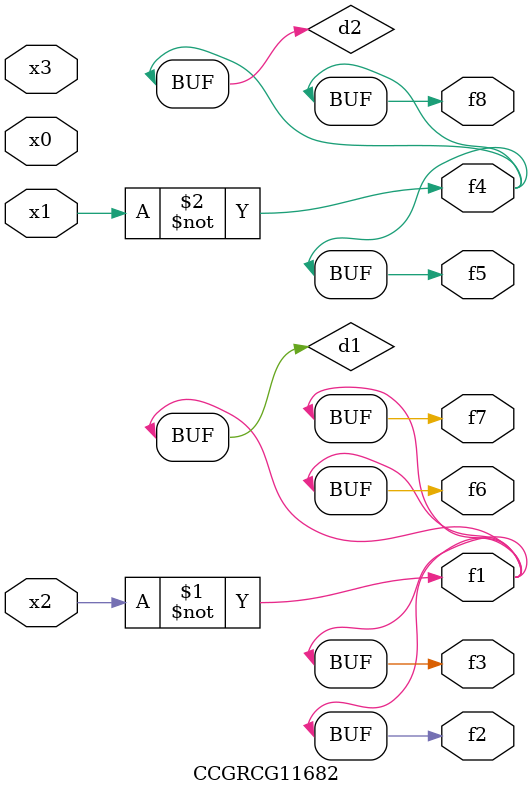
<source format=v>
module CCGRCG11682(
	input x0, x1, x2, x3,
	output f1, f2, f3, f4, f5, f6, f7, f8
);

	wire d1, d2;

	xnor (d1, x2);
	not (d2, x1);
	assign f1 = d1;
	assign f2 = d1;
	assign f3 = d1;
	assign f4 = d2;
	assign f5 = d2;
	assign f6 = d1;
	assign f7 = d1;
	assign f8 = d2;
endmodule

</source>
